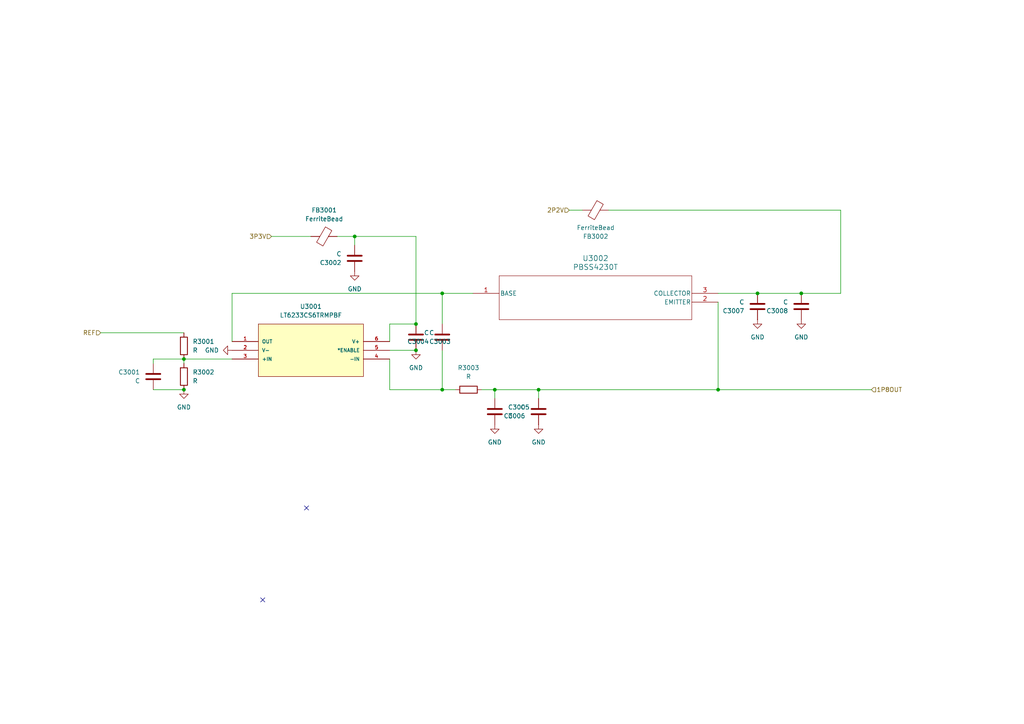
<source format=kicad_sch>
(kicad_sch (version 20231120) (generator "eeschema") (generator_version "8.0")
  (paper "A4")
  (lib_symbols
    (symbol "001_symbol:LT6233CS6TRMPBF" (pin_names (offset 1.016))
      (property "Reference" "U" (at 18.1696 9.1357 0))
      (property "Value" "LT6233CS6TRMPBF" (at 17.5251 6.5878 0))
      (symbol "LT6233CS6TRMPBF_0_0"
        (rectangle (start 7.62 -10.16) (end 38.1 5.08) (stroke (width 0.1524)) (fill (type background)))
        (pin output line (at 0 0 0) (length 7.62) (name "OUT") (number "1"))
        (pin power_in line (at 0 -2.54 0) (length 7.62) (name "V-") (number "2"))
        (pin input line (at 0 -5.08 0) (length 7.62) (name "+IN") (number "3"))
        (pin power_in line (at 45.72 -5.08 180) (length 7.62) (name "-IN") (number "4"))
        (pin passive line (at 45.72 -2.54 180) (length 7.62) (name "*ENABLE") (number "5"))
        (pin input line (at 45.72 0 180) (length 7.62) (name "V+") (number "6"))
      )
    )
    (symbol "001_symbol:PBSS4230T" (pin_names (offset 0.254))
      (property "Reference" "U" (at 35.56 10.16 0))
      (property "Value" "PBSS4230T" (at 35.56 7.62 0))
      (symbol "PBSS4230T_0_1"
        (polyline (pts (xy 7.62 -7.62) (xy 63.5 -7.62)) (stroke (width 0.127)))
        (polyline (pts (xy 7.62 5.08) (xy 7.62 -7.62)) (stroke (width 0.127)))
        (polyline (pts (xy 63.5 -7.62) (xy 63.5 5.08)) (stroke (width 0.127)))
        (polyline (pts (xy 63.5 5.08) (xy 7.62 5.08)) (stroke (width 0.127)))
        (pin unspecified line (at 0 0 0) (length 7.62) (name "BASE") (number "1"))
        (pin unspecified line (at 71.12 -2.54 180) (length 7.62) (name "EMITTER") (number "2"))
        (pin unspecified line (at 71.12 0 180) (length 7.62) (name "COLLECTOR") (number "3"))
      )
    )
    (symbol "Device:C" (pin_numbers hide) (pin_names (offset 0.254))
      (property "Reference" "C" (at 0.635 2.54 0))
      (property "Value" "C" (at 0.635 -2.54 0))
      (symbol "C_0_1"
        (polyline (pts (xy -2.032 -0.762) (xy 2.032 -0.762)) (stroke (width 0.508)))
        (polyline (pts (xy -2.032 0.762) (xy 2.032 0.762)) (stroke (width 0.508)))
      )
      (symbol "C_1_1"
        (pin passive line (at 0 3.81 270) (length 2.794) (name "~") (number "1"))
        (pin passive line (at 0 -3.81 90) (length 2.794) (name "~") (number "2"))
      )
    )
    (symbol "Device:FerriteBead" (pin_numbers hide) (pin_names (offset 0))
      (property "Reference" "FB" (at -3.81 0.635 90))
      (property "Value" "FerriteBead" (at 3.81 0 90))
      (symbol "FerriteBead_0_1"
        (polyline (pts (xy 0 -1.27) (xy 0 -1.2192)))
        (polyline (pts (xy 0 1.27) (xy 0 1.2954)))
        (polyline (pts (xy -2.7686 0.4064) (xy -1.7018 2.2606) (xy 2.7686 -0.3048) (xy 1.6764 -2.159) (xy -2.7686 0.4064)))
      )
      (symbol "FerriteBead_1_1"
        (pin passive line (at 0 3.81 270) (length 2.54) (name "~") (number "1"))
        (pin passive line (at 0 -3.81 90) (length 2.54) (name "~") (number "2"))
      )
    )
    (symbol "Device:R" (pin_numbers hide) (pin_names (offset 0))
      (property "Reference" "R" (at 2.032 0 90))
      (property "Value" "R" (at 0 0 90))
      (symbol "R_0_1"
        (rectangle (start -1.016 -2.54) (end 1.016 2.54) (stroke (width 0.254)))
      )
      (symbol "R_1_1"
        (pin passive line (at 0 3.81 270) (length 1.27) (name "~") (number "1"))
        (pin passive line (at 0 -3.81 90) (length 1.27) (name "~") (number "2"))
      )
    )
    (symbol "power:GND" (power) (pin_numbers hide) (pin_names (offset 0) hide)
      (property "Value" "GND" (at 0 -3.81 0))
      (symbol "GND_0_1"
        (polyline (pts (xy 0 0) (xy 0 -1.27) (xy 1.27 -1.27) (xy 0 -2.54) (xy -1.27 -1.27) (xy 0 -1.27)))
      )
      (symbol "GND_1_1"
        (pin power_in line (at 0 0 270) (length 0) (name "~") (number "1"))
      )
    )
  )
  (junction (at 219.71 85.09))
  (junction (at 128.27 113.03))
  (junction (at 232.41 85.09))
  (junction (at 156.21 113.03))
  (junction (at 143.51 113.03))
  (junction (at 53.34 104.14))
  (junction (at 128.27 85.09))
  (junction (at 102.87 68.58))
  (junction (at 120.65 101.6))
  (junction (at 53.34 113.03))
  (junction (at 208.28 113.03))
  (junction (at 120.65 93.98))
  (no_connect (at 76.2 173.99))
  (no_connect (at 88.9 147.32))
  (wire (pts (xy 243.84 60.96) (xy 176.53 60.96)))
  (wire (pts (xy 219.71 85.09) (xy 232.41 85.09)))
  (wire (pts (xy 156.21 113.03) (xy 208.28 113.03)))
  (wire (pts (xy 208.28 85.09) (xy 219.71 85.09)))
  (wire (pts (xy 113.03 93.98) (xy 120.65 93.98)))
  (wire (pts (xy 113.03 113.03) (xy 128.27 113.03)))
  (wire (pts (xy 102.87 68.58) (xy 102.87 71.12)))
  (wire (pts (xy 53.34 104.14) (xy 53.34 105.41)))
  (wire (pts (xy 67.31 85.09) (xy 128.27 85.09)))
  (wire (pts (xy 53.34 104.14) (xy 44.45 104.14)))
  (wire (pts (xy 102.87 68.58) (xy 120.65 68.58)))
  (wire (pts (xy 232.41 85.09) (xy 243.84 85.09)))
  (wire (pts (xy 156.21 113.03) (xy 156.21 115.57)))
  (wire (pts (xy 208.28 113.03) (xy 208.28 87.63)))
  (wire (pts (xy 113.03 101.6) (xy 120.65 101.6)))
  (wire (pts (xy 143.51 113.03) (xy 156.21 113.03)))
  (wire (pts (xy 97.79 68.58) (xy 102.87 68.58)))
  (wire (pts (xy 29.21 96.52) (xy 53.34 96.52)))
  (wire (pts (xy 128.27 85.09) (xy 128.27 93.98)))
  (wire (pts (xy 243.84 60.96) (xy 243.84 85.09)))
  (wire (pts (xy 120.65 68.58) (xy 120.65 93.98)))
  (wire (pts (xy 44.45 104.14) (xy 44.45 105.41)))
  (wire (pts (xy 128.27 113.03) (xy 132.08 113.03)))
  (wire (pts (xy 113.03 104.14) (xy 113.03 113.03)))
  (wire (pts (xy 139.7 113.03) (xy 143.51 113.03)))
  (wire (pts (xy 78.74 68.58) (xy 90.17 68.58)))
  (wire (pts (xy 113.03 99.06) (xy 113.03 93.98)))
  (wire (pts (xy 44.45 113.03) (xy 53.34 113.03)))
  (wire (pts (xy 128.27 101.6) (xy 128.27 113.03)))
  (wire (pts (xy 168.91 60.96) (xy 165.1 60.96)))
  (wire (pts (xy 67.31 99.06) (xy 67.31 85.09)))
  (wire (pts (xy 143.51 113.03) (xy 143.51 115.57)))
  (wire (pts (xy 208.28 113.03) (xy 252.73 113.03)))
  (wire (pts (xy 67.31 104.14) (xy 53.34 104.14)))
  (wire (pts (xy 128.27 85.09) (xy 137.16 85.09)))
  (hierarchical_label "REF" (shape input) (at 29.21 96.52 180))
  (hierarchical_label "2P2V" (shape input) (at 165.1 60.96 180))
  (hierarchical_label "3P3V" (shape input) (at 78.74 68.58 180))
  (hierarchical_label "1P8OUT" (shape input) (at 252.73 113.03 0))
  (symbol (lib_id "Device:C") (at 232.41 88.9 180) (unit 1)
    (property "Reference" "C3008" (at 228.6 90.1701 0) (effects (justify left)))
    (property "Value" "C" (at 228.6 87.6301 0) (effects (justify left)))
    (property "Footprint" "Capacitor_SMD:C_1206_3216Metric" (effects (hide yes)))
    (property "Description" "Unpolarized capacitor" (effects (hide yes)))
    (property "Vendor" "digikey:490-5528-1-ND" (effects (hide yes)))
  )
  (symbol (lib_id "Device:FerriteBead") (at 172.72 60.96 270) (unit 1)
    (property "Reference" "FB3002" (at 172.7708 68.58 90))
    (property "Value" "FerriteBead" (at 172.7708 66.04 90))
    (property "Footprint" "Inductor_SMD:L_0805_2012Metric" (effects (hide yes)))
    (property "Description" "Ferrite bead" (effects (hide yes)))
    (property "Vendor" "digikey:732-1620-1-ND" (effects (hide yes)))
  )
  (symbol (lib_id "Device:C") (at 120.65 97.79 0) (mirror x) (unit 1)
    (property "Reference" "C3003" (at 124.46 99.0601 0) (effects (justify left)))
    (property "Value" "C" (at 124.46 96.5201 0) (effects (justify left)))
    (property "Footprint" "Capacitor_SMD:C_0603_1608Metric" (effects (hide yes)))
    (property "Description" "Unpolarized capacitor" (effects (hide yes)))
    (property "Vendor" "digikey:490-3897-1-ND" (effects (hide yes)))
  )
  (symbol (lib_id "001_symbol:LT6233CS6TRMPBF") (at 67.31 99.06 0) (unit 1)
    (property "Reference" "U3001" (at 90.17 88.9 0))
    (property "Value" "LT6233CS6TRMPBF" (at 90.17 91.44 0))
    (property "Footprint" "001_download:SOT-6_S" (effects (hide yes)))
    (property "Vendor" "digikey:LT6233CS6#TRMPBFCT-ND" (effects (hide yes)))
  )
  (symbol (lib_id "power:GND") (at 232.41 92.71 0) (unit 1)
    (property "Reference" "#PWR03007" (effects (hide yes)))
    (property "Value" "GND" (at 232.41 97.79 0))
    (property "Description" "Power symbol creates a global label with name \"GND\" , ground" (effects (hide yes)))
  )
  (symbol (lib_id "Device:FerriteBead") (at 93.98 68.58 270) (unit 1)
    (property "Reference" "FB3001" (at 94.0308 60.96 90))
    (property "Value" "FerriteBead" (at 94.0308 63.5 90))
    (property "Footprint" "Inductor_SMD:L_0805_2012Metric" (effects (hide yes)))
    (property "Description" "Ferrite bead" (effects (hide yes)))
    (property "Vendor" "digikey:732-1620-1-ND" (effects (hide yes)))
  )
  (symbol (lib_id "power:GND") (at 53.34 113.03 0) (unit 1)
    (property "Reference" "#PWR03001" (effects (hide yes)))
    (property "Value" "GND" (at 53.34 118.11 0))
    (property "Description" "Power symbol creates a global label with name \"GND\" , ground" (effects (hide yes)))
  )
  (symbol (lib_id "Device:C") (at 143.51 119.38 0) (unit 1)
    (property "Reference" "C3005" (at 147.32 118.1099 0) (effects (justify left)))
    (property "Value" "C" (at 147.32 120.6499 0) (effects (justify left)))
    (property "Footprint" "001_download:CAP_EEF_CD_PAN_GH" (effects (hide yes)))
    (property "Description" "Unpolarized capacitor" (effects (hide yes)))
    (property "Vendor" "digikey:PCE3168CT-ND" (effects (hide yes)))
  )
  (symbol (lib_id "power:GND") (at 156.21 123.19 0) (unit 1)
    (property "Reference" "#PWR03005" (effects (hide yes)))
    (property "Value" "GND" (at 156.21 128.27 0))
    (property "Description" "Power symbol creates a global label with name \"GND\" , ground" (effects (hide yes)))
  )
  (symbol (lib_id "Device:C") (at 128.27 97.79 180) (unit 1)
    (property "Reference" "C3004" (at 124.46 99.0601 0) (effects (justify left)))
    (property "Value" "C" (at 124.46 96.5201 0) (effects (justify left)))
    (property "Footprint" "Capacitor_SMD:C_0402_1005Metric" (effects (hide yes)))
    (property "Description" "Unpolarized capacitor" (effects (hide yes)))
    (property "Vendor" "digikey:490-1318-1-ND" (effects (hide yes)))
  )
  (symbol (lib_id "Device:C") (at 102.87 74.93 180) (unit 1)
    (property "Reference" "C3002" (at 99.06 76.2001 0) (effects (justify left)))
    (property "Value" "C" (at 99.06 73.6601 0) (effects (justify left)))
    (property "Footprint" "Capacitor_SMD:C_1206_3216Metric" (effects (hide yes)))
    (property "Description" "Unpolarized capacitor" (effects (hide yes)))
    (property "Vendor" "digikey:490-5528-1-ND" (effects (hide yes)))
  )
  (symbol (lib_id "Device:C") (at 219.71 88.9 180) (unit 1)
    (property "Reference" "C3007" (at 215.9 90.1701 0) (effects (justify left)))
    (property "Value" "C" (at 215.9 87.6301 0) (effects (justify left)))
    (property "Footprint" "Capacitor_SMD:C_0603_1608Metric" (effects (hide yes)))
    (property "Description" "Unpolarized capacitor" (effects (hide yes)))
    (property "Vendor" "digikey:490-3897-1-ND" (effects (hide yes)))
  )
  (symbol (lib_id "power:GND") (at 219.71 92.71 0) (unit 1)
    (property "Reference" "#PWR03006" (effects (hide yes)))
    (property "Value" "GND" (at 219.71 97.79 0))
    (property "Description" "Power symbol creates a global label with name \"GND\" , ground" (effects (hide yes)))
  )
  (symbol (lib_id "power:GND") (at 102.87 78.74 0) (unit 1)
    (property "Reference" "#PWR03002" (effects (hide yes)))
    (property "Value" "GND" (at 102.87 83.82 0))
    (property "Description" "Power symbol creates a global label with name \"GND\" , ground" (effects (hide yes)))
  )
  (symbol (lib_id "power:GND") (at 143.51 123.19 0) (unit 1)
    (property "Reference" "#PWR03004" (effects (hide yes)))
    (property "Value" "GND" (at 143.51 128.27 0))
    (property "Description" "Power symbol creates a global label with name \"GND\" , ground" (effects (hide yes)))
  )
  (symbol (lib_id "power:GND") (at 120.65 101.6 0) (unit 1)
    (property "Reference" "#PWR03003" (effects (hide yes)))
    (property "Value" "GND" (at 120.65 106.68 0))
    (property "Description" "Power symbol creates a global label with name \"GND\" , ground" (effects (hide yes)))
  )
  (symbol (lib_id "Device:R") (at 53.34 109.22 180) (unit 1)
    (property "Reference" "R3002" (at 55.88 107.9499 0) (effects (justify right)))
    (property "Value" "R" (at 55.88 110.4899 0) (effects (justify right)))
    (property "Footprint" "Resistor_SMD:R_0603_1608Metric" (effects (hide yes)))
    (property "Description" "Resistor" (effects (hide yes)))
    (property "Vendor" "digikey:311-11.5KHRCT-ND" (effects (hide yes)))
  )
  (symbol (lib_id "Device:C") (at 156.21 119.38 180) (unit 1)
    (property "Reference" "C3006" (at 152.4 120.6501 0) (effects (justify left)))
    (property "Value" "C" (at 152.4 118.1101 0) (effects (justify left)))
    (property "Footprint" "Capacitor_SMD:C_0603_1608Metric" (effects (hide yes)))
    (property "Description" "Unpolarized capacitor" (effects (hide yes)))
    (property "Vendor" "digikey:490-3897-1-ND" (effects (hide yes)))
  )
  (symbol (lib_id "Device:R") (at 135.89 113.03 90) (unit 1)
    (property "Reference" "R3003" (at 135.89 106.68 90))
    (property "Value" "R" (at 135.89 109.22 90))
    (property "Footprint" "Resistor_SMD:R_0603_1608Metric" (effects (hide yes)))
    (property "Description" "Resistor" (effects (hide yes)))
    (property "Vendor" "digikey:RR08P200DCT-ND" (effects (hide yes)))
  )
  (symbol (lib_id "Device:C") (at 44.45 109.22 0) (mirror y) (unit 1)
    (property "Reference" "C3001" (at 40.64 107.9499 0) (effects (justify left)))
    (property "Value" "C" (at 40.64 110.4899 0) (effects (justify left)))
    (property "Footprint" "001_download:CAP_EEF_CD_PAN_GH" (effects (hide yes)))
    (property "Description" "Unpolarized capacitor" (effects (hide yes)))
    (property "Vendor" "digikey:PCE3168CT-ND" (effects (hide yes)))
  )
  (symbol (lib_id "Device:R") (at 53.34 100.33 180) (unit 1)
    (property "Reference" "R3001" (at 55.88 99.0599 0) (effects (justify right)))
    (property "Value" "R" (at 55.88 101.5999 0) (effects (justify right)))
    (property "Footprint" "Resistor_SMD:R_0603_1608Metric" (effects (hide yes)))
    (property "Description" "Resistor" (effects (hide yes)))
    (property "Vendor" "digikey:311-4.42KHRCT-ND" (effects (hide yes)))
  )
  (symbol (lib_id "001_symbol:PBSS4230T") (at 137.16 85.09 0) (unit 1)
    (property "Reference" "U3002" (at 172.72 74.93 0) (effects (font (size 1.524 1.524))))
    (property "Value" "PBSS4230T" (at 172.72 77.47 0) (effects (font (size 1.524 1.524))))
    (property "Footprint" "001_download:SOT23_NEX" (effects (hide yes)))
    (property "Datasheet" "PBSS4230T" (effects (hide yes)))
    (property "Vendor" "digikey:568-4155-1-ND" (effects (hide yes)))
  )
  (symbol (lib_id "power:GND") (at 67.31 101.6 270) (unit 1)
    (property "Reference" "#PWR03008" (effects (hide yes)))
    (property "Value" "GND" (at 63.5 101.5999 90) (effects (justify right)))
    (property "Description" "Power symbol creates a global label with name \"GND\" , ground" (effects (hide yes)))
  )
)
</source>
